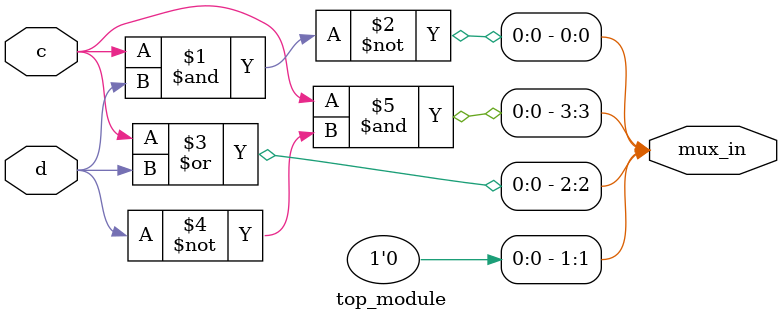
<source format=sv>
module top_module (
    input c,
    input d,
    output [3:0] mux_in
);

    // According to the Karnaugh map:
    // mux_in[0] corresponds to ab = 00
    // mux_in[1] corresponds to ab = 01
    // mux_in[2] corresponds to ab = 11
    // mux_in[3] corresponds to ab = 10

    // Connect inputs based on the Karnaugh map

    // mux_in[0] = ~(c & d)
    assign mux_in[0] = ~(c & d);
    // mux_in[1] = 0, always zero
    assign mux_in[1] = 1'b0;
    // mux_in[2] = c | d
    assign mux_in[2] = c | d;
    // mux_in[3] = c & ~d
    assign mux_in[3] = c & ~d;

endmodule

</source>
